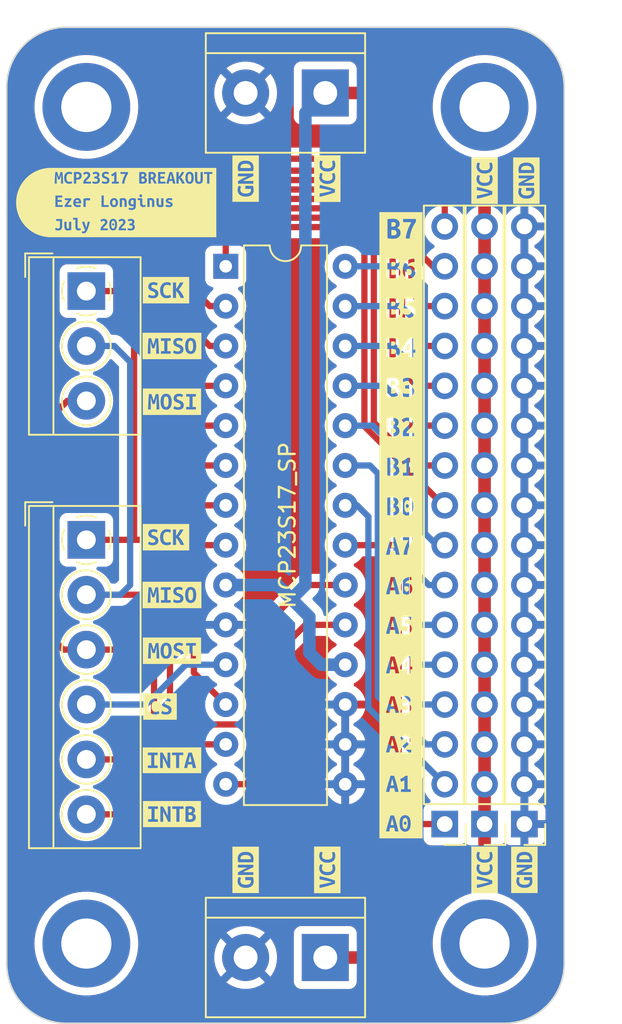
<source format=kicad_pcb>
(kicad_pcb (version 20221018) (generator pcbnew)
  (layers (0 "F.Cu" signal) (31 "B.Cu" signal) (34 "B.Paste" user) (35 "F.Paste" user) (36 "B.SilkS" user "B.Silkscreen") (37 "F.SilkS" user "F.Silkscreen") (38 "B.Mask" user) (39 "F.Mask" user) (44 "Edge.Cuts" user))
  (net 0 "")
  (net 1 "VCC")
  (net 2 "GND")
  (net 3 "Net-(J5-Pin_1)")
  (net 4 "Net-(J5-Pin_2)")
  (net 5 "Net-(J5-Pin_3)")
  (net 6 "Net-(J5-Pin_4)")
  (net 7 "Net-(J5-Pin_5)")
  (net 8 "Net-(J5-Pin_6)")
  (net 9 "Net-(J5-Pin_7)")
  (net 10 "Net-(J5-Pin_8)")
  (net 11 "Net-(J5-Pin_9)")
  (net 12 "Net-(J5-Pin_10)")
  (net 13 "Net-(J5-Pin_11)")
  (net 14 "Net-(J5-Pin_12)")
  (net 15 "Net-(J5-Pin_13)")
  (net 16 "Net-(J5-Pin_14)")
  (net 17 "Net-(J5-Pin_15)")
  (net 18 "Net-(J5-Pin_16)")
  (net 19 "SCK")
  (net 20 "MISO")
  (net 21 "MOSI")
  (net 22 "CS0")
  (net 23 "INTA0")
  (net 24 "INTB0")
  (footprint "kibuzzard-64B17C80" (layer "F.Cu") (at 177.8 112.141 90)
    (fp_text reference "kibuzzard-64B17C80" hide)
    (fp_text value "G***" hide)
  )
  (footprint "TerminalBlock_4Ucon:TerminalBlock_4Ucon_1x06_P3.50mm_Horizontal" (layer "F.Cu") (at 167.64 91.1 -90)
    (fp_text reference "J2")
    (fp_text value "Screw_Terminal_01x06")
    (pad "1" thru_hole rect (at 0 0 270) (size 2.4 2.4) (drill 1.2) (layers "*.Cu" "*.Mask") (net 19 "SCK"))
    (pad "2" thru_hole circle (at 3.5 0 270) (size 2.4 2.4) (drill 1.2) (layers "*.Cu" "*.Mask") (net 20 "MISO"))
    (pad "3" thru_hole circle (at 7 0 270) (size 2.4 2.4) (drill 1.2) (layers "*.Cu" "*.Mask") (net 21 "MOSI"))
    (pad "4" thru_hole circle (at 10.5 0 270) (size 2.4 2.4) (drill 1.2) (layers "*.Cu" "*.Mask") (net 22 "CS0"))
    (pad "5" thru_hole circle (at 14 0 270) (size 2.4 2.4) (drill 1.2) (layers "*.Cu" "*.Mask") (net 23 "INTA0"))
    (pad "6" thru_hole circle (at 17.5 0 270) (size 2.4 2.4) (drill 1.2) (layers "*.Cu" "*.Mask") (net 24 "INTB0"))
  )
  (footprint "kibuzzard-64B17C80" (layer "F.Cu") (at 195.707 68.199 90)
    (fp_text reference "kibuzzard-64B17C80" hide)
    (fp_text value "G***" hide)
  )
  (footprint "TerminalBlock:TerminalBlock_bornier-2_P5.08mm" (layer "F.Cu") (at 182.88 62.611 180)
    (fp_text reference "J1")
    (fp_text value "Screw_Terminal_01x02")
    (pad "1" thru_hole rect (at 0 0 180) (size 3 3) (drill 1.52) (layers "*.Cu" "*.Mask") (net 1 "VCC"))
    (pad "2" thru_hole circle (at 5.08 0 180) (size 3 3) (drill 1.52) (layers "*.Cu" "*.Mask") (net 2 "GND"))
  )
  (footprint "kibuzzard-64B17BDD" (layer "F.Cu") (at 173.101 82.296)
    (fp_text reference "kibuzzard-64B17BDD" hide)
    (fp_text value "G***" hide)
  )
  (footprint "Connector_PinHeader_2.54mm:PinHeader_1x16_P2.54mm_Vertical" (layer "F.Cu") (at 195.58 109.22 180)
    (fp_text reference "J7")
    (fp_text value "Conn_01x16_Pin")
    (pad "1" thru_hole rect (at 0 0 180) (size 1.7 1.7) (drill 1) (layers "*.Cu" "*.Mask") (net 2 "GND"))
    (pad "2" thru_hole oval (at 0 2.54 180) (size 1.7 1.7) (drill 1) (layers "*.Cu" "*.Mask") (net 2 "GND"))
    (pad "3" thru_hole oval (at 0 5.08 180) (size 1.7 1.7) (drill 1) (layers "*.Cu" "*.Mask") (net 2 "GND"))
    (pad "4" thru_hole oval (at 0 7.62 180) (size 1.7 1.7) (drill 1) (layers "*.Cu" "*.Mask") (net 2 "GND"))
    (pad "5" thru_hole oval (at 0 10.16 180) (size 1.7 1.7) (drill 1) (layers "*.Cu" "*.Mask") (net 2 "GND"))
    (pad "6" thru_hole oval (at 0 12.7 180) (size 1.7 1.7) (drill 1) (layers "*.Cu" "*.Mask") (net 2 "GND"))
    (pad "7" thru_hole oval (at 0 15.24 180) (size 1.7 1.7) (drill 1) (layers "*.Cu" "*.Mask") (net 2 "GND"))
    (pad "8" thru_hole oval (at 0 17.78 180) (size 1.7 1.7) (drill 1) (layers "*.Cu" "*.Mask") (net 2 "GND"))
    (pad "9" thru_hole oval (at 0 20.32 180) (size 1.7 1.7) (drill 1) (layers "*.Cu" "*.Mask") (net 2 "GND"))
    (pad "10" thru_hole oval (at 0 22.86 180) (size 1.7 1.7) (drill 1) (layers "*.Cu" "*.Mask") (net 2 "GND"))
    (pad "11" thru_hole oval (at 0 25.4 180) (size 1.7 1.7) (drill 1) (layers "*.Cu" "*.Mask") (net 2 "GND"))
    (pad "12" thru_hole oval (at 0 27.94 180) (size 1.7 1.7) (drill 1) (layers "*.Cu" "*.Mask") (net 2 "GND"))
    (pad "13" thru_hole oval (at 0 30.48 180) (size 1.7 1.7) (drill 1) (layers "*.Cu" "*.Mask") (net 2 "GND"))
    (pad "14" thru_hole oval (at 0 33.02 180) (size 1.7 1.7) (drill 1) (layers "*.Cu" "*.Mask") (net 2 "GND"))
    (pad "15" thru_hole oval (at 0 35.56 180) (size 1.7 1.7) (drill 1) (layers "*.Cu" "*.Mask") (net 2 "GND"))
    (pad "16" thru_hole oval (at 0 38.1 180) (size 1.7 1.7) (drill 1) (layers "*.Cu" "*.Mask") (net 2 "GND"))
  )
  (footprint "kibuzzard-64B17C26" (layer "F.Cu") (at 173.101 105.156)
    (fp_text reference "kibuzzard-64B17C26" hide)
    (fp_text value "G***" hide)
  )
  (footprint "kibuzzard-64B17BDD" (layer "F.Cu") (at 173.101 98.171)
    (fp_text reference "kibuzzard-64B17BDD" hide)
    (fp_text value "G***" hide)
  )
  (footprint "TerminalBlock_4Ucon:TerminalBlock_4Ucon_1x03_P3.50mm_Horizontal" (layer "F.Cu") (at 167.64 75.24 -90)
    (fp_text reference "J4")
    (fp_text value "Screw_Terminal_01x03")
    (pad "1" thru_hole rect (at 0 0 270) (size 2.4 2.4) (drill 1.2) (layers "*.Cu" "*.Mask") (net 19 "SCK"))
    (pad "2" thru_hole circle (at 3.5 0 270) (size 2.4 2.4) (drill 1.2) (layers "*.Cu" "*.Mask") (net 20 "MISO"))
    (pad "3" thru_hole circle (at 7 0 270) (size 2.4 2.4) (drill 1.2) (layers "*.Cu" "*.Mask") (net 21 "MOSI"))
  )
  (footprint "Package_DIP:DIP-28_W7.62mm" (layer "F.Cu") (at 176.53 73.66)
    (fp_text reference "U2")
    (fp_text value "MCP23S17_SP" (at 3.937 16.51 90) (layer "F.SilkS"))
    (pad "1" thru_hole rect (at 0 0) (size 1.6 1.6) (drill 0.8) (layers "*.Cu" "*.Mask") (net 11 "Net-(J5-Pin_9)"))
    (pad "2" thru_hole oval (at 0 2.54) (size 1.6 1.6) (drill 0.8) (layers "*.Cu" "*.Mask") (net 12 "Net-(J5-Pin_10)"))
    (pad "3" thru_hole oval (at 0 5.08) (size 1.6 1.6) (drill 0.8) (layers "*.Cu" "*.Mask") (net 13 "Net-(J5-Pin_11)"))
    (pad "4" thru_hole oval (at 0 7.62) (size 1.6 1.6) (drill 0.8) (layers "*.Cu" "*.Mask") (net 14 "Net-(J5-Pin_12)"))
    (pad "5" thru_hole oval (at 0 10.16) (size 1.6 1.6) (drill 0.8) (layers "*.Cu" "*.Mask") (net 15 "Net-(J5-Pin_13)"))
    (pad "6" thru_hole oval (at 0 12.7) (size 1.6 1.6) (drill 0.8) (layers "*.Cu" "*.Mask") (net 16 "Net-(J5-Pin_14)"))
    (pad "7" thru_hole oval (at 0 15.24) (size 1.6 1.6) (drill 0.8) (layers "*.Cu" "*.Mask") (net 17 "Net-(J5-Pin_15)"))
    (pad "8" thru_hole oval (at 0 17.78) (size 1.6 1.6) (drill 0.8) (layers "*.Cu" "*.Mask") (net 18 "Net-(J5-Pin_16)"))
    (pad "9" thru_hole oval (at 0 20.32) (size 1.6 1.6) (drill 0.8) (layers "*.Cu" "*.Mask") (net 1 "VCC"))
    (pad "10" thru_hole oval (at 0 22.86) (size 1.6 1.6) (drill 0.8) (layers "*.Cu" "*.Mask") (net 2 "GND"))
    (pad "11" thru_hole oval (at 0 25.4) (size 1.6 1.6) (drill 0.8) (layers "*.Cu" "*.Mask") (net 22 "CS0"))
    (pad "12" thru_hole oval (at 0 27.94) (size 1.6 1.6) (drill 0.8) (layers "*.Cu" "*.Mask") (net 19 "SCK"))
    (pad "13" thru_hole oval (at 0 30.48) (size 1.6 1.6) (drill 0.8) (layers "*.Cu" "*.Mask") (net 21 "MOSI"))
    (pad "14" thru_hole oval (at 0 33.02) (size 1.6 1.6) (drill 0.8) (layers "*.Cu" "*.Mask") (net 20 "MISO"))
    (pad "15" thru_hole oval (at 7.62 33.02) (size 1.6 1.6) (drill 0.8) (layers "*.Cu" "*.Mask") (net 2 "GND"))
    (pad "16" thru_hole oval (at 7.62 30.48) (size 1.6 1.6) (drill 0.8) (layers "*.Cu" "*.Mask") (net 2 "GND"))
    (pad "17" thru_hole oval (at 7.62 27.94) (size 1.6 1.6) (drill 0.8) (layers "*.Cu" "*.Mask") (net 2 "GND"))
    (pad "18" thru_hole oval (at 7.62 25.4) (size 1.6 1.6) (drill 0.8) (layers "*.Cu" "*.Mask") (net 1 "VCC"))
    (pad "19" thru_hole oval (at 7.62 22.86) (size 1.6 1.6) (drill 0.8) (layers "*.Cu" "*.Mask") (net 24 "INTB0"))
    (pad "20" thru_hole oval (at 7.62 20.32) (size 1.6 1.6) (drill 0.8) (layers "*.Cu" "*.Mask") (net 23 "INTA0"))
    (pad "21" thru_hole oval (at 7.62 17.78) (size 1.6 1.6) (drill 0.8) (layers "*.Cu" "*.Mask") (net 3 "Net-(J5-Pin_1)"))
    (pad "22" thru_hole oval (at 7.62 15.24) (size 1.6 1.6) (drill 0.8) (layers "*.Cu" "*.Mask") (net 4 "Net-(J5-Pin_2)"))
    (pad "23" thru_hole oval (at 7.62 12.7) (size 1.6 1.6) (drill 0.8) (layers "*.Cu" "*.Mask") (net 5 "Net-(J5-Pin_3)"))
    (pad "24" thru_hole oval (at 7.62 10.16) (size 1.6 1.6) (drill 0.8) (layers "*.Cu" "*.Mask") (net 6 "Net-(J5-Pin_4)"))
    (pad "25" thru_hole oval (at 7.62 7.62) (size 1.6 1.6) (drill 0.8) (layers "*.Cu" "*.Mask") (net 7 "Net-(J5-Pin_5)"))
    (pad "26" thru_hole oval (at 7.62 5.08) (size 1.6 1.6) (drill 0.8) (layers "*.Cu" "*.Mask") (net 8 "Net-(J5-Pin_6)"))
    (pad "27" thru_hole oval (at 7.62 2.54) (size 1.6 1.6) (drill 0.8) (layers "*.Cu" "*.Mask") (net 9 "Net-(J5-Pin_7)"))
    (pad "28" thru_hole oval (at 7.62 0) (size 1.6 1.6) (drill 0.8) (layers "*.Cu" "*.Mask") (net 10 "Net-(J5-Pin_8)"))
  )
  (footprint "kibuzzard-64B56916" (layer "F.Cu") (at 187.706 90.17)
    (fp_text reference "kibuzzard-64B56916" hide)
    (fp_text value "G***" hide)
  )
  (footprint "kibuzzard-64B17BBB" (layer "F.Cu") (at 173.101 78.74)
    (fp_text reference "kibuzzard-64B17BBB" hide)
    (fp_text value "G***" hide)
  )
  (footprint "kibuzzard-64B17C80" (layer "F.Cu") (at 177.8 68.072 90)
    (fp_text reference "kibuzzard-64B17C80" hide)
    (fp_text value "G***" hide)
  )
  (footprint "kibuzzard-64B17C58" (layer "F.Cu") (at 193.04 112.141 90)
    (fp_text reference "kibuzzard-64B17C58" hide)
    (fp_text value "G***" hide)
  )
  (footprint "kibuzzard-64B17C80" (layer "F.Cu") (at 195.58 112.141 90)
    (fp_text reference "kibuzzard-64B17C80" hide)
    (fp_text value "G***" hide)
  )
  (footprint "kibuzzard-64B17B8E" (layer "F.Cu") (at 172.72 90.932)
    (fp_text reference "kibuzzard-64B17B8E" hide)
    (fp_text value "G***" hide)
  )
  (footprint "MountingHole:MountingHole_3.2mm_M3_DIN965_Pad" (layer "F.Cu") (at 167.64 63.5)
    (fp_text reference "H1")
    (fp_text value "MountingHole")
    (pad "1" thru_hole circle (at 0 0) (size 5.6 5.6) (drill 3.2) (layers "*.Cu" "*.Mask"))
  )
  (footprint "MountingHole:MountingHole_3.2mm_M3_DIN965_Pad" (layer "F.Cu") (at 193.04 63.5)
    (fp_text reference "H3")
    (fp_text value "MountingHole" hide)
    (pad "1" thru_hole circle (at 0 0) (size 5.6 5.6) (drill 3.2) (layers "*.Cu" "*.Mask"))
  )
  (footprint "kibuzzard-64B17C58" (layer "F.Cu") (at 183.007 68.072 90)
    (fp_text reference "kibuzzard-64B17C58" hide)
    (fp_text value "G***" hide)
  )
  (footprint "kibuzzard-64B17BBB" (layer "F.Cu") (at 173.101 94.615)
    (fp_text reference "kibuzzard-64B17BBB" hide)
    (fp_text value "G***" hide)
  )
  (footprint "TerminalBlock:TerminalBlock_bornier-2_P5.08mm" (layer "F.Cu") (at 182.88 117.729 180)
    (fp_text reference "J3")
    (fp_text value "Screw_Terminal_01x02")
    (pad "1" thru_hole rect (at 0 0 180) (size 3 3) (drill 1.52) (layers "*.Cu" "*.Mask") (net 1 "VCC"))
    (pad "2" thru_hole circle (at 5.08 0 180) (size 3 3) (drill 1.52) (layers "*.Cu" "*.Mask") (net 2 "GND"))
  )
  (footprint "kibuzzard-64B17C33" (layer "F.Cu") (at 173.101 108.585)
    (fp_text reference "kibuzzard-64B17C33" hide)
    (fp_text value "G***" hide)
  )
  (footprint "kibuzzard-64B17E8C" (layer "F.Cu") (at 169.545 69.596)
    (fp_text reference "kibuzzard-64B17E8C" hide)
    (fp_text value "G***" hide)
  )
  (footprint "kibuzzard-64B17B8E" (layer "F.Cu") (at 172.72 75.184)
    (fp_text reference "kibuzzard-64B17B8E" hide)
    (fp_text value "G***" hide)
  )
  (footprint "kibuzzard-64B17C16" (layer "F.Cu") (at 172.339 101.727)
    (fp_text reference "kibuzzard-64B17C16" hide)
    (fp_text value "G***" hide)
  )
  (footprint "Connector_PinHeader_2.54mm:PinHeader_1x16_P2.54mm_Vertical" (layer "F.Cu") (at 190.5 109.22 180)
    (fp_text reference "J5")
    (fp_text value "Conn_01x16_Pin" hide)
    (pad "1" thru_hole rect (at 0 0 180) (size 1.7 1.7) (drill 1) (layers "*.Cu" "*.Mask") (net 3 "Net-(J5-Pin_1)"))
    (pad "2" thru_hole oval (at 0 2.54 180) (size 1.7 1.7) (drill 1) (layers "*.Cu" "*.Mask") (net 4 "Net-(J5-Pin_2)"))
    (pad "3" thru_hole oval (at 0 5.08 180) (size 1.7 1.7) (drill 1) (layers "*.Cu" "*.Mask") (net 5 "Net-(J5-Pin_3)"))
    (pad "4" thru_hole oval (at 0 7.62 180) (size 1.7 1.7) (drill 1) (layers "*.Cu" "*.Mask") (net 6 "Net-(J5-Pin_4)"))
    (pad "5" thru_hole oval (at 0 10.16 180) (size 1.7 1.7) (drill 1) (layers "*.Cu" "*.Mask") (net 7 "Net-(J5-Pin_5)"))
    (pad "6" thru_hole oval (at 0 12.7 180) (size 1.7 1.7) (drill 1) (layers "*.Cu" "*.Mask") (net 8 "Net-(J5-Pin_6)"))
    (pad "7" thru_hole oval (at 0 15.24 180) (size 1.7 1.7) (drill 1) (layers "*.Cu" "*.Mask") (net 9 "Net-(J5-Pin_7)"))
    (pad "8" thru_hole oval (at 0 17.78 180) (size 1.7 1.7) (drill 1) (layers "*.Cu" "*.Mask") (net 10 "Net-(J5-Pin_8)"))
    (pad "9" thru_hole oval (at 0 20.32 180) (size 1.7 1.7) (drill 1) (layers "*.Cu" "*.Mask") (net 11 "Net-(J5-Pin_9)"))
    (pad "10" thru_hole oval (at 0 22.86 180) (size 1.7 1.7) (drill 1) (layers "*.Cu" "*.Mask") (net 12 "Net-(J5-Pin_10)"))
    (pad "11" thru_hole oval (at 0 25.4 180) (size 1.7 1.7) (drill 1) (layers "*.Cu" "*.Mask") (net 13 "Net-(J5-Pin_11)"))
    (pad "12" thru_hole oval (at 0 27.94 180) (size 1.7 1.7) (drill 1) (layers "*.Cu" "*.Mask") (net 14 "Net-(J5-Pin_12)"))
    (pad "13" thru_hole oval (at 0 30.48 180) (size 1.7 1.7) (drill 1) (layers "*.Cu" "*.Mask") (net 15 "Net-(J5-Pin_13)"))
    (pad "14" thru_hole oval (at 0 33.02 180) (size 1.7 1.7) (drill 1) (layers "*.Cu" "*.Mask") (net 16 "Net-(J5-Pin_14)"))
    (pad "15" thru_hole oval (at 0 35.56 180) (size 1.7 1.7) (drill 1) (layers "*.Cu" "*.Mask") (net 17 "Net-(J5-Pin_15)"))
    (pad "16" thru_hole oval (at 0 38.1 180) (size 1.7 1.7) (drill 1) (layers "*.Cu" "*.Mask") (net 18 "Net-(J5-Pin_16)"))
  )
  (footprint "Connector_PinHeader_2.54mm:PinHeader_1x16_P2.54mm_Vertical" (layer "F.Cu") (at 193.04 109.22 180)
    (fp_text reference "J6")
    (fp_text value "Conn_01x16_Pin" hide)
    (pad "1" thru_hole rect (at 0 0 180) (size 1.7 1.7) (drill 1) (layers "*.Cu" "*.Mask") (net 1 "VCC"))
    (pad "2" thru_hole oval (at 0 2.54 180) (size 1.7 1.7) (drill 1) (layers "*.Cu" "*.Mask") (net 1 "VCC"))
    (pad "3" thru_hole oval (at 0 5.08 180) (size 1.7 1.7) (drill 1) (layers "*.Cu" "*.Mask") (net 1 "VCC"))
    (pad "4" thru_hole oval (at 0 7.62 180) (size 1.7 1.7) (drill 1) (layers "*.Cu" "*.Mask") (net 1 "VCC"))
    (pad "5" thru_hole oval (at 0 10.16 180) (size 1.7 1.7) (drill 1) (layers "*.Cu" "*.Mask") (net 1 "VCC"))
    (pad "6" thru_hole oval (at 0 12.7 180) (size 1.7 1.7) (drill 1) (layers "*.Cu" "*.Mask") (net 1 "VCC"))
    (pad "7" thru_hole oval (at 0 15.24 180) (size 1.7 1.7) (drill 1) (layers "*.Cu" "*.Mask") (net 1 "VCC"))
    (pad "8" thru_hole oval (at 0 17.78 180) (size 1.7 1.7) (drill 1) (layers "*.Cu" "*.Mask") (net 1 "VCC"))
    (pad "9" thru_hole oval (at 0 20.32 180) (size 1.7 1.7) (drill 1) (layers "*.Cu" "*.Mask") (net 1 "VCC"))
    (pad "10" thru_hole oval (at 0 22.86 180) (size 1.7 1.7) (drill 1) (layers "*.Cu" "*.Mask") (net 1 "VCC"))
    (pad "11" thru_hole oval (at 0 25.4 180) (size 1.7 1.7) (drill 1) (layers "*.Cu" "*.Mask") (net 1 "VCC"))
    (pad "12" thru_hole oval (at 0 27.94 180) (size 1.7 1.7) (drill 1) (layers "*.Cu" "*.Mask") (net 1 "VCC"))
    (pad "13" thru_hole oval (at 0 30.48 180) (size 1.7 1.7) (drill 1) (layers "*.Cu" "*.Mask") (net 1 "VCC"))
    (pad "14" thru_hole oval (at 0 33.02 180) (size 1.7 1.7) (drill 1) (layers "*.Cu" "*.Mask") (net 1 "VCC"))
    (pad "15" thru_hole oval (at 0 35.56 180) (size 1.7 1.7) (drill 1) (layers "*.Cu" "*.Mask") (net 1 "VCC"))
    (pad "16" thru_hole oval (at 0 38.1 180) (size 1.7 1.7) (drill 1) (layers "*.Cu" "*.Mask") (net 1 "VCC"))
  )
  (footprint "kibuzzard-64B17C58" (layer "F.Cu") (at 183.007 112.141 90)
    (fp_text reference "kibuzzard-64B17C58" hide)
    (fp_text value "G***" hide)
  )
  (footprint "MountingHole:MountingHole_3.2mm_M3_DIN965_Pad" (layer "F.Cu") (at 193.04 116.84)
    (fp_text reference "H4")
    (fp_text value "MountingHole")
    (pad "1" thru_hole circle (at 0 0) (size 5.6 5.6) (drill 3.2) (layers "*.Cu" "*.Mask"))
  )
  (footprint "kibuzzard-64B17C58" (layer "F.Cu") (at 193.04 68.199 90)
    (fp_text reference "kibuzzard-64B17C58" hide)
    (fp_text value "G***" hide)
  )
  (footprint "MountingHole:MountingHole_3.2mm_M3_DIN965_Pad" (layer "F.Cu") (at 167.64 116.84)
    (fp_text reference "H2")
    (fp_text value "MountingHole")
    (pad "1" thru_hole circle (at 0 0) (size 5.6 5.6) (drill 3.2) (layers "*.Cu" "*.Mask"))
  )
  (gr_arc (start 198.12 118.11) (mid 197.004077 120.804077) (end 194.31 121.92) (stroke (width 0.1)) (layer "Edge.Cuts"))
  (gr_arc (start 194.31 58.42) (mid 197.004077 59.535923) (end 198.12 62.23) (stroke (width 0.1)) (layer "Edge.Cuts"))
  (gr_line (start 194.31 121.92) (end 166.37 121.92) (stroke (width 0.1)) (layer "Edge.Cuts"))
  (gr_line (start 198.12 62.23) (end 198.12 118.11) (stroke (width 0.1)) (layer "Edge.Cuts"))
  (gr_line (start 166.37 58.42) (end 194.31 58.42) (stroke (width 0.1)) (layer "Edge.Cuts"))
  (gr_arc (start 162.56 62.23) (mid 163.675923 59.535923) (end 166.37 58.42) (stroke (width 0.1)) (layer "Edge.Cuts"))
  (gr_arc (start 166.37 121.92) (mid 163.675923 120.804077) (end 162.56 118.11) (stroke (width 0.1)) (layer "Edge.Cuts"))
  (gr_line (start 162.56 118.11) (end 162.56 62.23) (stroke (width 0.1)) (layer "Edge.Cuts"))
  (segment (start 193.04 96.52) (end 193.04 99.06) (width 0.8) (layer "F.Cu") (net 1))
  (segment (start 193.04 99.06) (end 193.04 101.6) (width 0.8) (layer "F.Cu") (net 1))
  (segment (start 193.04 91.44) (end 193.04 93.98) (width 0.8) (layer "F.Cu") (net 1))
  (segment (start 193.04 83.82) (end 193.04 86.36) (width 0.8) (layer "F.Cu") (net 1))
  (segment (start 186.309 62.611) (end 193.04 69.342) (width 0.8) (layer "F.Cu") (net 1))
  (segment (start 193.04 110.744) (end 193.04 109.22) (width 0.8) (layer "F.Cu") (net 1))
  (segment (start 186.055 117.729) (end 193.04 110.744) (width 0.8) (layer "F.Cu") (net 1))
  (segment (start 193.04 101.6) (end 193.04 104.14) (width 0.8) (layer "F.Cu") (net 1))
  (segment (start 193.04 88.9) (end 193.04 91.44) (width 0.8) (layer "F.Cu") (net 1))
  (segment (start 182.88 62.611) (end 186.309 62.611) (width 0.8) (layer "F.Cu") (net 1))
  (segment (start 193.04 109.22) (end 193.04 106.68) (width 0.8) (layer "F.Cu") (net 1))
  (segment (start 193.04 86.36) (end 193.04 88.9) (width 0.8) (layer "F.Cu") (net 1))
  (segment (start 193.04 73.66) (end 193.04 76.2) (width 0.8) (layer "F.Cu") (net 1))
  (segment (start 193.04 76.2) (end 193.04 78.74) (width 0.8) (layer "F.Cu") (net 1))
  (segment (start 193.04 106.68) (end 193.04 104.14) (width 0.8) (layer "F.Cu") (net 1))
  (segment (start 182.88 117.729) (end 186.055 117.729) (width 0.8) (layer "F.Cu") (net 1))
  (segment (start 193.04 81.28) (end 193.04 83.82) (width 0.8) (layer "F.Cu") (net 1))
  (segment (start 193.04 93.98) (end 193.04 96.52) (width 0.8) (layer "F.Cu") (net 1))
  (segment (start 193.04 69.342) (end 193.04 71.12) (width 0.8) (layer "F.Cu") (net 1))
  (segment (start 193.04 71.12) (end 193.04 73.66) (width 0.8) (layer "F.Cu") (net 1))
  (segment (start 193.04 78.74) (end 193.04 81.28) (width 0.8) (layer "F.Cu") (net 1))
  (segment (start 181.61 63.881) (end 181.61 93.98) (width 0.8) (layer "B.Cu") (net 1))
  (segment (start 181.864 98.298) (end 182.626 99.06) (width 0.8) (layer "B.Cu") (net 1))
  (segment (start 181.61 93.98) (end 180.721 94.869) (width 0.8) (layer "B.Cu") (net 1))
  (segment (start 180.721 94.869) (end 181.864 96.012) (width 0.8) (layer "B.Cu") (net 1))
  (segment (start 182.88 62.611) (end 181.61 63.881) (width 0.8) (layer "B.Cu") (net 1))
  (segment (start 182.626 99.06) (end 184.15 99.06) (width 0.8) (layer "B.Cu") (net 1))
  (segment (start 176.53 93.98) (end 179.832 93.98) (width 0.8) (layer "B.Cu") (net 1))
  (segment (start 179.832 93.98) (end 180.721 94.869) (width 0.8) (layer "B.Cu") (net 1))
  (segment (start 181.864 96.012) (end 181.864 98.298) (width 0.8) (layer "B.Cu") (net 1))
  (segment (start 188.468 108.712) (end 188.976 109.22) (width 0.4) (layer "F.Cu") (net 3))
  (segment (start 187.452 91.44) (end 188.468 92.456) (width 0.4) (layer "F.Cu") (net 3))
  (segment (start 184.15 91.44) (end 187.452 91.44) (width 0.4) (layer "F.Cu") (net 3))
  (segment (start 188.468 92.456) (end 188.468 108.712) (width 0.4) (layer "F.Cu") (net 3))
  (segment (start 188.976 109.22) (end 190.5 109.22) (width 0.4) (layer "F.Cu") (net 3))
  (segment (start 185.63 89.618) (end 185.63 101.81) (width 0.4) (layer "B.Cu") (net 4))
  (segment (start 184.15 88.9) (end 184.912 88.9) (width 0.4) (layer "B.Cu") (net 4))
  (segment (start 185.63 101.81) (end 190.5 106.68) (width 0.4) (layer "B.Cu") (net 4))
  (segment (start 184.912 88.9) (end 185.63 89.618) (width 0.4) (layer "B.Cu") (net 4))
  (segment (start 186.23 101.072081) (end 189.297919 104.14) (width 0.4) (layer "B.Cu") (net 5))
  (segment (start 184.15 86.36) (end 185.722 86.36) (width 0.4) (layer "B.Cu") (net 5))
  (segment (start 185.722 86.36) (end 186.23 86.868) (width 0.4) (layer "B.Cu") (net 5))
  (segment (start 186.23 86.868) (end 186.23 101.072081) (width 0.4) (layer "B.Cu") (net 5))
  (segment (start 189.297919 104.14) (end 190.5 104.14) (width 0.4) (layer "B.Cu") (net 5))
  (segment (start 186.83 84.722) (end 186.83 99.708) (width 0.4) (layer "B.Cu") (net 6))
  (segment (start 186.83 99.708) (end 188.722 101.6) (width 0.4) (layer "B.Cu") (net 6))
  (segment (start 185.928 83.82) (end 186.83 84.722) (width 0.4) (layer "B.Cu") (net 6))
  (segment (start 184.15 83.82) (end 185.928 83.82) (width 0.4) (layer "B.Cu") (net 6))
  (segment (start 188.722 101.6) (end 190.5 101.6) (width 0.4) (layer "B.Cu") (net 6))
  (segment (start 184.15 81.28) (end 186.668 81.28) (width 0.4) (layer "B.Cu") (net 7))
  (segment (start 188.976 99.06) (end 190.5 99.06) (width 0.4) (layer "B.Cu") (net 7))
  (segment (start 187.43 82.042) (end 187.43 97.514) (width 0.4) (layer "B.Cu") (net 7))
  (segment (start 187.43 97.514) (end 188.976 99.06) (width 0.4) (layer "B.Cu") (net 7))
  (segment (start 186.668 81.28) (end 187.43 82.042) (width 0.4) (layer "B.Cu") (net 7))
  (segment (start 184.15 78.74) (end 187.198 78.74) (width 0.4) (layer "B.Cu") (net 8))
  (segment (start 188.03 95.574) (end 188.976 96.52) (width 0.4) (layer "B.Cu") (net 8))
  (segment (start 188.976 96.52) (end 190.5 96.52) (width 0.4) (layer "B.Cu") (net 8))
  (segment (start 187.198 78.74) (end 188.03 79.572) (width 0.4) (layer "B.Cu") (net 8))
  (segment (start 188.03 79.572) (end 188.03 95.574) (width 0.4) (layer "B.Cu") (net 8))
  (segment (start 184.15 76.2) (end 187.706 76.2) (width 0.4) (layer "B.Cu") (net 9))
  (segment (start 189.484 93.98) (end 190.5 93.98) (width 0.4) (layer "B.Cu") (net 9))
  (segment (start 188.63 93.126) (end 189.484 93.98) (width 0.4) (layer "B.Cu") (net 9))
  (segment (start 187.706 76.2) (end 188.63 77.124) (width 0.4) (layer "B.Cu") (net 9))
  (segment (start 188.63 77.124) (end 188.63 93.126) (width 0.4) (layer "B.Cu") (net 9))
  (segment (start 189.992 91.44) (end 189.23 90.678) (width 0.4) (layer "B.Cu") (net 10))
  (segment (start 189.23 74.93) (end 189.23 90.678) (width 0.4) (layer "B.Cu") (net 10))
  (segment (start 187.96 73.66) (end 189.23 74.93) (width 0.4) (layer "B.Cu") (net 10))
  (segment (start 184.15 73.66) (end 187.96 73.66) (width 0.4) (layer "B.Cu") (net 10))
  (segment (start 190.5 91.44) (end 189.992 91.44) (width 0.4) (layer "B.Cu") (net 10))
  (segment (start 185.376 83.862528) (end 190.413472 88.9) (width 0.4) (layer "F.Cu") (net 11))
  (segment (start 190.413472 88.9) (end 190.5 88.9) (width 0.4) (layer "F.Cu") (net 11))
  (segment (start 176.53 73.66) (end 176.53 72.136) (width 0.4) (layer "F.Cu") (net 11))
  (segment (start 185.376 71.838) (end 185.376 83.862528) (width 0.4) (layer "F.Cu") (net 11))
  (segment (start 184.702 71.164) (end 185.376 71.838) (width 0.4) (layer "F.Cu") (net 11))
  (segment (start 176.53 72.136) (end 177.502 71.164) (width 0.4) (layer "F.Cu") (net 11))
  (segment (start 177.502 71.164) (end 184.702 71.164) (width 0.4) (layer "F.Cu") (net 11))
  (segment (start 174.958 72.195168) (end 174.958 75.644) (width 0.4) (layer "F.Cu") (net 12))
  (segment (start 185.372 70.564) (end 176.589168 70.564) (width 0.4) (layer "F.Cu") (net 12))
  (segment (start 188.722 86.36) (end 185.976 83.614) (width 0.4) (layer "F.Cu") (net 12))
  (segment (start 175.514 76.2) (end 174.958 75.644) (width 0.4) (layer "F.Cu") (net 12))
  (segment (start 190.5 86.36) (end 188.722 86.36) (width 0.4) (layer "F.Cu") (net 12))
  (segment (start 176.589168 70.564) (end 174.958 72.195168) (width 0.4) (layer "F.Cu") (net 12))
  (segment (start 176.53 76.2) (end 175.514 76.2) (width 0.4) (layer "F.Cu") (net 12))
  (segment (start 185.976 71.168) (end 185.372 70.564) (width 0.4) (layer "F.Cu") (net 12))
  (segment (start 185.976 83.614) (end 185.976 71.168) (width 0.4) (layer "F.Cu") (net 12))
  (segment (start 176.34064 69.964) (end 186.068 69.964) (width 0.4) (layer "F.Cu") (net 13))
  (segment (start 188.214 83.82) (end 190.5 83.82) (width 0.4) (layer "F.Cu") (net 13))
  (segment (start 175.514 78.74) (end 174.358 77.584) (width 0.4) (layer "F.Cu") (net 13))
  (segment (start 186.576 70.472) (end 186.576 82.182) (width 0.4) (layer "F.Cu") (net 13))
  (segment (start 186.068 69.964) (end 186.576 70.472) (width 0.4) (layer "F.Cu") (net 13))
  (segment (start 186.576 82.182) (end 188.214 83.82) (width 0.4) (layer "F.Cu") (net 13))
  (segment (start 174.358 77.584) (end 174.358 71.94664) (width 0.4) (layer "F.Cu") (net 13))
  (segment (start 176.53 78.74) (end 175.514 78.74) (width 0.4) (layer "F.Cu") (net 13))
  (segment (start 174.358 71.94664) (end 176.34064 69.964) (width 0.4) (layer "F.Cu") (net 13))
  (segment (start 176.092112 69.364) (end 173.758 71.698112) (width 0.4) (layer "F.Cu") (net 14))
  (segment (start 174.752 81.28) (end 176.53 81.28) (width 0.4) (layer "F.Cu") (net 14))
  (segment (start 190.5 81.28) (end 188.722 81.28) (width 0.4) (layer "F.Cu") (net 14))
  (segment (start 188.722 81.28) (end 187.176 79.734) (width 0.4) (layer "F.Cu") (net 14))
  (segment (start 186.712 69.364) (end 176.092112 69.364) (width 0.4) (layer "F.Cu") (net 14))
  (segment (start 187.176 79.734) (end 187.176 69.828) (width 0.4) (layer "F.Cu") (net 14))
  (segment (start 187.176 69.828) (end 186.712 69.364) (width 0.4) (layer "F.Cu") (net 14))
  (segment (start 173.758 80.286) (end 174.752 81.28) (width 0.4) (layer "F.Cu") (net 14))
  (segment (start 173.758 71.698112) (end 173.758 80.286) (width 0.4) (layer "F.Cu") (net 14))
  (segment (start 173.158 82.734) (end 173.158 71.449584) (width 0.4) (layer "F.Cu") (net 15))
  (segment (start 187.776 77.286) (end 189.23 78.74) (width 0.4) (layer "F.Cu") (net 15))
  (segment (start 189.23 78.74) (end 190.5 78.74) (width 0.4) (layer "F.Cu") (net 15))
  (segment (start 176.53 83.82) (end 174.244 83.82) (width 0.4) (layer "F.Cu") (net 15))
  (segment (start 173.158 71.449584) (end 175.843584 68.764) (width 0.4) (layer "F.Cu") (net 15))
  (segment (start 187.776 69.412) (end 187.776 77.286) (width 0.4) (layer "F.Cu") (net 15))
  (segment (start 174.244 83.82) (end 173.158 82.734) (width 0.4) (layer "F.Cu") (net 15))
  (segment (start 175.843584 68.764) (end 187.128 68.764) (width 0.4) (layer "F.Cu") (net 15))
  (segment (start 187.128 68.764) (end 187.776 69.412) (width 0.4) (layer "F.Cu") (net 15))
  (segment (start 188.376 68.828528) (end 187.711472 68.164) (width 0.4) (layer "F.Cu") (net 16))
  (segment (start 190.5 76.2) (end 189.23 76.2) (width 0.4) (layer "F.Cu") (net 16))
  (segment (start 189.23 76.2) (end 188.376 75.346) (width 0.4) (layer "F.Cu") (net 16))
  (segment (start 188.376 75.346) (end 188.376 68.828528) (width 0.4) (layer "F.Cu") (net 16))
  (segment (start 172.558 71.201056) (end 172.558 84.928) (width 0.4) (layer "F.Cu") (net 16))
  (segment (start 173.99 86.36) (end 176.53 86.36) (width 0.4) (layer "F.Cu") (net 16))
  (segment (start 187.711472 68.164) (end 175.595056 68.164) (width 0.4) (layer "F.Cu") (net 16))
  (segment (start 175.595056 68.164) (end 172.558 71.201056) (width 0.4) (layer "F.Cu") (net 16))
  (segment (start 172.558 84.928) (end 173.99 86.36) (width 0.4) (layer "F.Cu") (net 16))
  (segment (start 173.482 88.9) (end 176.53 88.9) (width 0.4) (layer "F.Cu") (net 17))
  (segment (start 188.976 72.898) (end 188.976 68.58) (width 0.4) (layer "F.Cu") (net 17))
  (segment (start 187.96 67.564) (end 175.346528 67.564) (width 0.4) (layer "F.Cu") (net 17))
  (segment (start 188.976 68.58) (end 187.96 67.564) (width 0.4) (layer "F.Cu") (net 17))
  (segment (start 175.346528 67.564) (end 171.958 70.952528) (width 0.4) (layer "F.Cu") (net 17))
  (segment (start 171.958 87.376) (end 173.482 88.9) (width 0.4) (layer "F.Cu") (net 17))
  (segment (start 171.958 70.952528) (end 171.958 87.376) (width 0.4) (layer "F.Cu") (net 17))
  (segment (start 189.738 73.66) (end 188.976 72.898) (width 0.4) (layer "F.Cu") (net 17))
  (segment (start 190.5 73.66) (end 189.738 73.66) (width 0.4) (layer "F.Cu") (net 17))
  (segment (start 171.358 70.704) (end 175.26 66.802) (width 0.4) (layer "F.Cu") (net 18))
  (segment (start 176.53 91.44) (end 173.99 91.44) (width 0.4) (layer "F.Cu") (net 18))
  (segment (start 173.99 91.44) (end 171.358 88.808) (width 0.4) (layer "F.Cu") (net 18))
  (segment (start 175.26 66.802) (end 188.046528 66.802) (width 0.4) (layer "F.Cu") (net 18))
  (segment (start 188.046528 66.802) (end 190.5 69.255472) (width 0.4) (layer "F.Cu") (net 18))
  (segment (start 190.5 69.255472) (end 190.5 71.12) (width 0.4) (layer "F.Cu") (net 18))
  (segment (start 171.358 88.808) (end 171.358 70.704) (width 0.4) (layer "F.Cu") (net 18))
  (segment (start 170.688 91.1) (end 167.64 91.1) (width 0.4) (layer "F.Cu") (net 19))
  (segment (start 170.758 76.016) (end 170.688 76.086) (width 0.4) (layer "F.Cu") (net 19))
  (segment (start 167.64 75.24) (end 169.982 75.24) (width 0.4) (layer "F.Cu") (net 19))
  (segment (start 170.688 76.086) (end 170.688 91.1) (width 0.4) (layer "F.Cu") (net 19))
  (segment (start 169.982 75.24) (end 170.758 76.016) (width 0.4) (layer "F.Cu") (net 19))
  (segment (start 172.634 91.1) (end 170.688 91.1) (width 0.4) (layer "F.Cu") (net 19))
  (segment (start 174.498 92.964) (end 172.634 91.1) (width 0.4) (layer "F.Cu") (net 19))
  (segment (start 176.53 101.6) (end 174.498 99.568) (width 0.4) (layer "F.Cu") (net 19))
  (segment (start 174.498 99.568) (end 174.498 92.964) (width 0.4) (layer "F.Cu") (net 19))
  (segment (start 178.308 103.632) (end 177.546 102.87) (width 0.4) (layer "F.Cu") (net 20))
  (segment (start 172.974 96.266) (end 171.308 94.6) (width 0.4) (layer "F.Cu") (net 20))
  (segment (start 177.546 102.87) (end 173.482 102.87) (width 0.4) (layer "F.Cu") (net 20))
  (segment (start 173.482 102.87) (end 172.974 102.362) (width 0.4) (layer "F.Cu") (net 20))
  (segment (start 171.308 94.6) (end 167.64 94.6) (width 0.4) (layer "F.Cu") (net 20))
  (segment (start 176.53 106.68) (end 177.8 106.68) (width 0.4) (layer "F.Cu") (net 20))
  (segment (start 177.8 106.68) (end 178.308 106.172) (width 0.4) (layer "F.Cu") (net 20))
  (segment (start 172.974 102.362) (end 172.974 96.266) (width 0.4) (layer "F.Cu") (net 20))
  (segment (start 178.308 106.172) (end 178.308 103.632) (width 0.4) (layer "F.Cu") (net 20))
  (segment (start 167.64 78.74) (end 169.418 78.74) (width 0.4) (layer "B.Cu") (net 20))
  (segment (start 170.434 79.756) (end 170.434 93.98) (width 0.4) (layer "B.Cu") (net 20))
  (segment (start 169.418 78.74) (end 170.434 79.756) (width 0.4) (layer "B.Cu") (net 20))
  (segment (start 169.814 94.6) (end 167.64 94.6) (width 0.4) (layer "B.Cu") (net 20))
  (segment (start 170.434 93.98) (end 169.814 94.6) (width 0.4) (layer "B.Cu") (net 20))
  (segment (start 166.426 82.24) (end 165.354 83.312) (width 0.4) (layer "F.Cu") (net 21))
  (segment (start 171.958 102.616) (end 171.958 99.568) (width 0.4) (layer "F.Cu") (net 21))
  (segment (start 173.482 104.14) (end 171.958 102.616) (width 0.4) (layer "F.Cu") (net 21))
  (segment (start 170.49 98.1) (end 167.64 98.1) (width 0.4) (layer "F.Cu") (net 21))
  (segment (start 166.172 98.1) (end 167.64 98.1) (width 0.4) (layer "F.Cu") (net 21))
  (segment (start 171.958 99.568) (end 170.49 98.1) (width 0.4) (layer "F.Cu") (net 21))
  (segment (start 165.354 83.312) (end 165.354 97.282) (width 0.4) (layer "F.Cu") (net 21))
  (segment (start 165.354 97.282) (end 166.172 98.1) (width 0.4) (layer "F.Cu") (net 21))
  (segment (start 167.64 82.24) (end 166.426 82.24) (width 0.4) (layer "F.Cu") (net 21))
  (segment (start 176.53 104.14) (end 173.482 104.14) (width 0.4) (layer "F.Cu") (net 21))
  (segment (start 167.64 101.6) (end 171.45 101.6) (width 0.4) (layer "B.Cu") (net 22))
  (segment (start 173.99 99.06) (end 176.53 99.06) (width 0.4) (layer "B.Cu") (net 22))
  (segment (start 171.45 101.6) (end 173.99 99.06) (width 0.4) (layer "B.Cu") (net 22))
  (segment (start 179.07 96.52) (end 179.07 107.188) (width 0.4) (layer "F.Cu") (net 23))
  (segment (start 171.902 105.1) (end 167.64 105.1) (width 0.4) (layer "F.Cu") (net 23))
  (segment (start 184.15 93.98) (end 181.61 93.98) (width 0.4) (layer "F.Cu") (net 23))
  (segment (start 174.498 108.458) (end 173.228 107.188) (width 0.4) (layer "F.Cu") (net 23))
  (segment (start 177.8 108.458) (end 174.498 108.458) (width 0.4) (layer "F.Cu") (net 23))
  (segment (start 179.07 107.188) (end 177.8 108.458) (width 0.4) (layer "F.Cu") (net 23))
  (segment (start 181.61 93.98) (end 179.07 96.52) (width 0.4) (layer "F.Cu") (net 23))
  (segment (start 173.228 106.426) (end 171.902 105.1) (width 0.4) (layer "F.Cu") (net 23))
  (segment (start 173.228 107.188) (end 173.228 106.426) (width 0.4) (layer "F.Cu") (net 23))
  (segment (start 173.828 109.058) (end 178.048528 109.058) (width 0.4) (layer "F.Cu") (net 24))
  (segment (start 173.37 108.6) (end 173.828 109.058) (width 0.4) (layer "F.Cu") (net 24))
  (segment (start 179.67 107.436528) (end 179.67 98.46) (width 0.4) (layer "F.Cu") (net 24))
  (segment (start 181.61 96.52) (end 184.15 96.52) (width 0.4) (layer "F.Cu") (net 24))
  (segment (start 167.64 108.6) (end 173.37 108.6) (width 0.4) (layer "F.Cu") (net 24))
  (segment (start 178.048528 109.058) (end 179.67 107.436528) (width 0.4) (layer "F.Cu") (net 24))
  (segment (start 179.67 98.46) (end 181.61 96.52) (width 0.4) (layer "F.Cu") (net 24))
  (zone (net 2) (net_name "GND") (layer "F.Cu") (connect_pads (clearance 0.508)) (min_thickness 0.25) (fill yes (thermal_gap 0.5) (thermal_bridge_width 0.5))
    (polygon (pts (xy 162.56 58.42) (xy 198.12 58.42) (xy 198.12 121.92) (xy 162.56 121.92)))
  )
  (zone (net 2) (net_name "GND") (layer "B.Cu") (priority 1) (connect_pads (clearance 0.508)) (min_thickness 0.25) (fill yes (thermal_gap 0.5) (thermal_bridge_width 0.5))
    (polygon (pts (xy 162.56 58.42) (xy 198.12 58.42) (xy 198.12 121.92) (xy 162.56 121.92)))
  )
)
</source>
